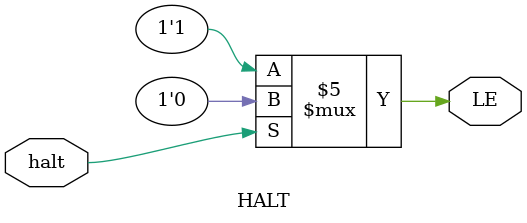
<source format=v>
module HALT(input halt,
//            output reg not_stall,
            output reg LE
            );
    initial begin
        LE = 1;
    end
    always @(*) begin
    if(halt==0)
        LE <= 1;
    else
        LE <= 0;
//        not_stall <= 0;
        
    end
    
endmodule

</source>
